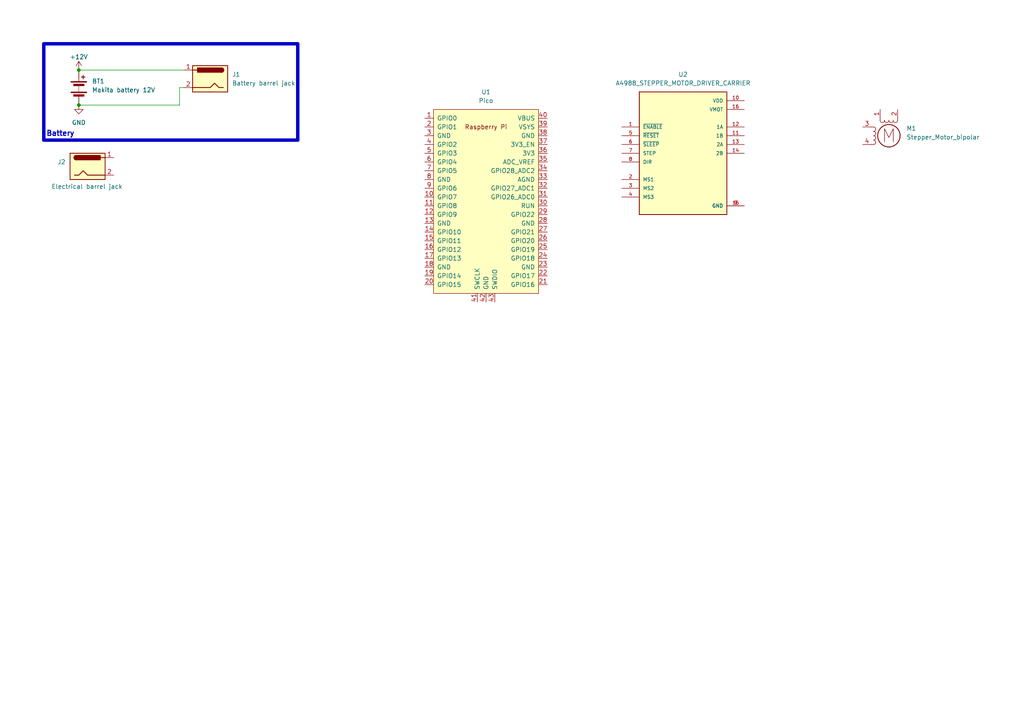
<source format=kicad_sch>
(kicad_sch (version 20231120) (generator "eeschema") (generator_version "8.0")
  (paper "A4")
  (lib_symbols
    (symbol "A4988:A4988_STEPPER_MOTOR_DRIVER_CARRIER" (pin_names (offset 1.016))
      (property "Reference" "U" (at -12.7 19.05 0))
      (property "Value" "A4988_STEPPER_MOTOR_DRIVER_CARRIER" (at -12.7 -21.59 0))
      (symbol "A4988_STEPPER_MOTOR_DRIVER_CARRIER_0_0"
        (rectangle (start -12.7 -17.78) (end 12.7 17.78) (stroke (width 0.254)) (fill (type background)))
        (pin input line (at -17.78 7.62 0) (length 5.08) (name "~{ENABLE}") (number "1"))
        (pin power_in line (at 17.78 15.24 180) (length 5.08) (name "VDD") (number "10"))
        (pin output line (at 17.78 5.08 180) (length 5.08) (name "1B") (number "11"))
        (pin output line (at 17.78 7.62 180) (length 5.08) (name "1A") (number "12"))
        (pin output line (at 17.78 2.54 180) (length 5.08) (name "2A") (number "13"))
        (pin output line (at 17.78 0 180) (length 5.08) (name "2B") (number "14"))
        (pin power_in line (at 17.78 -15.24 180) (length 5.08) (name "GND") (number "15"))
        (pin power_in line (at 17.78 12.7 180) (length 5.08) (name "VMOT") (number "16"))
        (pin input line (at -17.78 -7.62 0) (length 5.08) (name "MS1") (number "2"))
        (pin input line (at -17.78 -10.16 0) (length 5.08) (name "MS2") (number "3"))
        (pin input line (at -17.78 -12.7 0) (length 5.08) (name "MS3") (number "4"))
        (pin input line (at -17.78 5.08 0) (length 5.08) (name "~{RESET}") (number "5"))
        (pin input line (at -17.78 2.54 0) (length 5.08) (name "~{SLEEP}") (number "6"))
        (pin input line (at -17.78 0 0) (length 5.08) (name "STEP") (number "7"))
        (pin input line (at -17.78 -2.54 0) (length 5.08) (name "DIR") (number "8"))
        (pin power_in line (at 17.78 -15.24 180) (length 5.08) (name "GND") (number "9"))
      )
    )
    (symbol "Connector:Barrel_Jack" (pin_names (offset 1.016))
      (property "Reference" "J" (at 0 5.334 0))
      (property "Value" "Barrel_Jack" (at 0 -5.08 0))
      (symbol "Barrel_Jack_0_1"
        (rectangle (start -5.08 3.81) (end 5.08 -3.81) (stroke (width 0.254)) (fill (type background)))
        (arc (start -3.302 3.175) (mid -3.9343 2.54) (end -3.302 1.905) (stroke (width 0.254)))
        (arc (start -3.302 3.175) (mid -3.9343 2.54) (end -3.302 1.905) (stroke (width 0.254)) (fill (type outline)))
        (polyline (pts (xy 5.08 2.54) (xy 3.81 2.54)) (stroke (width 0.254)))
        (polyline (pts (xy -3.81 -2.54) (xy -2.54 -2.54) (xy -1.27 -1.27) (xy 0 -2.54) (xy 2.54 -2.54) (xy 5.08 -2.54)) (stroke (width 0.254)))
        (rectangle (start 3.683 3.175) (end -3.302 1.905) (stroke (width 0.254)) (fill (type outline)))
      )
      (symbol "Barrel_Jack_1_1"
        (pin passive line (at 7.62 2.54 180) (length 2.54) (name "~") (number "1"))
        (pin passive line (at 7.62 -2.54 180) (length 2.54) (name "~") (number "2"))
      )
    )
    (symbol "Device:Battery" (pin_numbers hide) (pin_names (offset 0) hide)
      (property "Reference" "BT" (at 2.54 2.54 0))
      (property "Value" "Battery" (at 2.54 0 0))
      (symbol "Battery_0_1"
        (rectangle (start -2.286 -1.27) (end 2.286 -1.524) (fill (type outline)))
        (rectangle (start -2.286 1.778) (end 2.286 1.524) (fill (type outline)))
        (rectangle (start -1.524 -2.032) (end 1.524 -2.54) (fill (type outline)))
        (rectangle (start -1.524 1.016) (end 1.524 0.508) (fill (type outline)))
        (polyline (pts (xy 0 -1.016) (xy 0 -0.762)))
        (polyline (pts (xy 0 -0.508) (xy 0 -0.254)))
        (polyline (pts (xy 0 0) (xy 0 0.254)))
        (polyline (pts (xy 0 1.778) (xy 0 2.54)))
        (polyline (pts (xy 0.762 3.048) (xy 1.778 3.048)) (stroke (width 0.254)))
        (polyline (pts (xy 1.27 3.556) (xy 1.27 2.54)) (stroke (width 0.254)))
      )
      (symbol "Battery_1_1"
        (pin passive line (at 0 5.08 270) (length 2.54) (name "+") (number "1"))
        (pin passive line (at 0 -5.08 90) (length 2.54) (name "-") (number "2"))
      )
    )
    (symbol "Motor:Stepper_Motor_bipolar" (pin_names (offset 0) hide)
      (property "Reference" "M" (at 3.81 2.54 0))
      (property "Value" "Stepper_Motor_bipolar" (at 3.81 1.27 0))
      (symbol "Stepper_Motor_bipolar_0_0"
        (polyline (pts (xy -1.27 -1.778) (xy -1.27 2.032) (xy 0 -0.508) (xy 1.27 2.032) (xy 1.27 -1.778)))
      )
      (symbol "Stepper_Motor_bipolar_0_1"
        (arc (start -4.445 -2.54) (mid -3.8127 -1.905) (end -4.445 -1.27))
        (arc (start -4.445 -1.27) (mid -3.8127 -0.635) (end -4.445 0))
        (arc (start -4.445 0) (mid -3.8127 0.635) (end -4.445 1.27))
        (arc (start -4.445 1.27) (mid -3.8127 1.905) (end -4.445 2.54))
        (arc (start -2.54 4.445) (mid -1.905 3.8127) (end -1.27 4.445))
        (arc (start -1.27 4.445) (mid -0.635 3.8127) (end 0 4.445))
        (polyline (pts (xy -5.08 -2.54) (xy -4.445 -2.54)))
        (polyline (pts (xy -5.08 2.54) (xy -4.445 2.54)))
        (polyline (pts (xy -2.54 5.08) (xy -2.54 4.445)))
        (polyline (pts (xy 2.54 5.08) (xy 2.54 4.445)))
        (circle (center 0 0) (radius 3.2512) (stroke (width 0.254)))
        (arc (start 0 4.445) (mid 0.635 3.8127) (end 1.27 4.445))
        (arc (start 1.27 4.445) (mid 1.905 3.8127) (end 2.54 4.445))
      )
      (symbol "Stepper_Motor_bipolar_1_1"
        (pin passive line (at -2.54 7.62 270) (length 2.54) (name "~") (number "1"))
        (pin passive line (at 2.54 7.62 270) (length 2.54) (name "-") (number "2"))
        (pin passive line (at -7.62 2.54 0) (length 2.54) (name "~") (number "3"))
        (pin passive line (at -7.62 -2.54 0) (length 2.54) (name "~") (number "4"))
      )
    )
    (symbol "RPico:Pico" (pin_names (offset 1.016))
      (property "Reference" "U" (at -13.97 27.94 0))
      (property "Value" "Pico" (at 0 19.05 0))
      (symbol "Pico_0_0"
        (text "Raspberry Pi" (at 0 21.59 0) (effects (font (size 1.27 1.27))))
      )
      (symbol "Pico_0_1"
        (rectangle (start -15.24 26.67) (end 15.24 -26.67) (fill (type background)))
      )
      (symbol "Pico_1_1"
        (pin bidirectional line (at -17.78 24.13 0) (length 2.54) (name "GPIO0") (number "1"))
        (pin bidirectional line (at -17.78 1.27 0) (length 2.54) (name "GPIO7") (number "10"))
        (pin bidirectional line (at -17.78 -1.27 0) (length 2.54) (name "GPIO8") (number "11"))
        (pin bidirectional line (at -17.78 -3.81 0) (length 2.54) (name "GPIO9") (number "12"))
        (pin power_in line (at -17.78 -6.35 0) (length 2.54) (name "GND") (number "13"))
        (pin bidirectional line (at -17.78 -8.89 0) (length 2.54) (name "GPIO10") (number "14"))
        (pin bidirectional line (at -17.78 -11.43 0) (length 2.54) (name "GPIO11") (number "15"))
        (pin bidirectional line (at -17.78 -13.97 0) (length 2.54) (name "GPIO12") (number "16"))
        (pin bidirectional line (at -17.78 -16.51 0) (length 2.54) (name "GPIO13") (number "17"))
        (pin power_in line (at -17.78 -19.05 0) (length 2.54) (name "GND") (number "18"))
        (pin bidirectional line (at -17.78 -21.59 0) (length 2.54) (name "GPIO14") (number "19"))
        (pin bidirectional line (at -17.78 21.59 0) (length 2.54) (name "GPIO1") (number "2"))
        (pin bidirectional line (at -17.78 -24.13 0) (length 2.54) (name "GPIO15") (number "20"))
        (pin bidirectional line (at 17.78 -24.13 180) (length 2.54) (name "GPIO16") (number "21"))
        (pin bidirectional line (at 17.78 -21.59 180) (length 2.54) (name "GPIO17") (number "22"))
        (pin power_in line (at 17.78 -19.05 180) (length 2.54) (name "GND") (number "23"))
        (pin bidirectional line (at 17.78 -16.51 180) (length 2.54) (name "GPIO18") (number "24"))
        (pin bidirectional line (at 17.78 -13.97 180) (length 2.54) (name "GPIO19") (number "25"))
        (pin bidirectional line (at 17.78 -11.43 180) (length 2.54) (name "GPIO20") (number "26"))
        (pin bidirectional line (at 17.78 -8.89 180) (length 2.54) (name "GPIO21") (number "27"))
        (pin power_in line (at 17.78 -6.35 180) (length 2.54) (name "GND") (number "28"))
        (pin bidirectional line (at 17.78 -3.81 180) (length 2.54) (name "GPIO22") (number "29"))
        (pin power_in line (at -17.78 19.05 0) (length 2.54) (name "GND") (number "3"))
        (pin input line (at 17.78 -1.27 180) (length 2.54) (name "RUN") (number "30"))
        (pin bidirectional line (at 17.78 1.27 180) (length 2.54) (name "GPIO26_ADC0") (number "31"))
        (pin bidirectional line (at 17.78 3.81 180) (length 2.54) (name "GPIO27_ADC1") (number "32"))
        (pin power_in line (at 17.78 6.35 180) (length 2.54) (name "AGND") (number "33"))
        (pin bidirectional line (at 17.78 8.89 180) (length 2.54) (name "GPIO28_ADC2") (number "34"))
        (pin unspecified line (at 17.78 11.43 180) (length 2.54) (name "ADC_VREF") (number "35"))
        (pin unspecified line (at 17.78 13.97 180) (length 2.54) (name "3V3") (number "36"))
        (pin input line (at 17.78 16.51 180) (length 2.54) (name "3V3_EN") (number "37"))
        (pin bidirectional line (at 17.78 19.05 180) (length 2.54) (name "GND") (number "38"))
        (pin unspecified line (at 17.78 21.59 180) (length 2.54) (name "VSYS") (number "39"))
        (pin bidirectional line (at -17.78 16.51 0) (length 2.54) (name "GPIO2") (number "4"))
        (pin unspecified line (at 17.78 24.13 180) (length 2.54) (name "VBUS") (number "40"))
        (pin input line (at -2.54 -29.21 90) (length 2.54) (name "SWCLK") (number "41"))
        (pin power_in line (at 0 -29.21 90) (length 2.54) (name "GND") (number "42"))
        (pin bidirectional line (at 2.54 -29.21 90) (length 2.54) (name "SWDIO") (number "43"))
        (pin bidirectional line (at -17.78 13.97 0) (length 2.54) (name "GPIO3") (number "5"))
        (pin bidirectional line (at -17.78 11.43 0) (length 2.54) (name "GPIO4") (number "6"))
        (pin bidirectional line (at -17.78 8.89 0) (length 2.54) (name "GPIO5") (number "7"))
        (pin power_in line (at -17.78 6.35 0) (length 2.54) (name "GND") (number "8"))
        (pin bidirectional line (at -17.78 3.81 0) (length 2.54) (name "GPIO6") (number "9"))
      )
    )
    (symbol "power:+12V" (power) (pin_numbers hide) (pin_names (offset 0) hide)
      (property "Value" "+12V" (at 0 3.556 0))
      (symbol "+12V_0_1"
        (polyline (pts (xy -0.762 1.27) (xy 0 2.54)))
        (polyline (pts (xy 0 0) (xy 0 2.54)))
        (polyline (pts (xy 0 2.54) (xy 0.762 1.27)))
      )
      (symbol "+12V_1_1"
        (pin power_in line (at 0 0 90) (length 0) (name "~") (number "1"))
      )
    )
    (symbol "power:GND" (power) (pin_numbers hide) (pin_names (offset 0) hide)
      (property "Value" "GND" (at 0 -3.81 0))
      (symbol "GND_0_1"
        (polyline (pts (xy 0 0) (xy 0 -1.27) (xy 1.27 -1.27) (xy 0 -2.54) (xy -1.27 -1.27) (xy 0 -1.27)))
      )
      (symbol "GND_1_1"
        (pin power_in line (at 0 0 270) (length 0) (name "~") (number "1"))
      )
    )
  )
  (junction (at 22.86 20.32))
  (junction (at 22.86 30.48))
  (wire (pts (xy 22.86 30.48) (xy 52.07 30.48)))
  (wire (pts (xy 52.07 25.4) (xy 53.34 25.4)))
  (wire (pts (xy 52.07 30.48) (xy 52.07 25.4)))
  (wire (pts (xy 22.86 20.32) (xy 53.34 20.32)))
  (rectangle (start 12.7 12.7) (end 86.36 40.64) (stroke (width 1)))
  (text "Battery" (at 17.526 38.862 0) (effects (font (size 1.5 1.5) (thickness 0.3) (bold yes))))
  (symbol (lib_id "power:GND") (at 22.86 30.48 0) (unit 1)
    (property "Reference" "#PWR02" (effects (hide yes)))
    (property "Value" "GND" (at 22.86 35.56 0))
    (property "Description" "Power symbol creates a global label with name \"GND\" , ground" (effects (hide yes)))
  )
  (symbol (lib_id "A4988:A4988_STEPPER_MOTOR_DRIVER_CARRIER") (at 198.12 44.45 0) (unit 1)
    (property "Reference" "U2" (at 198.12 21.59 0))
    (property "Value" "A4988_STEPPER_MOTOR_DRIVER_CARRIER" (at 198.12 24.13 0))
    (property "Footprint" "A4988_STEPPER_MOTOR_DRIVER_CARRIER:MODULE_A4988_STEPPER_MOTOR_DRIVER_CARRIER" (effects (hide yes)))
    (property "MF" "Pololu" (effects (hide yes)))
    (property "DESCRIPTION" "Stepper motor controler; IC: A4988; 1A; Uin mot: 8÷35V" (effects (hide yes)))
    (property "PACKAGE" "None" (effects (hide yes)))
    (property "PRICE" "None" (effects (hide yes)))
    (property "Package" "None" (effects (hide yes)))
    (property "Check_prices" "https://www.snapeda.com/parts/A4988%20STEPPER%20MOTOR%20DRIVER%20CARRIER/Pololu/view-part/?ref=eda" (effects (hide yes)))
    (property "Price" "None" (effects (hide yes)))
    (property "SnapEDA_Link" "https://www.snapeda.com/parts/A4988%20STEPPER%20MOTOR%20DRIVER%20CARRIER/Pololu/view-part/?ref=snap" (effects (hide yes)))
    (property "MP" "A4988 STEPPER MOTOR DRIVER CARRIER" (effects (hide yes)))
    (property "Availability" "Not in stock" (effects (hide yes)))
    (property "AVAILABILITY" "Unavailable" (effects (hide yes)))
    (property "Description_1" "\n                        \n                            Stepper Motor Driver\n                        \n" (effects (hide yes)))
  )
  (symbol (lib_id "Connector:Barrel_Jack") (at 60.96 22.86 0) (mirror y) (unit 1)
    (property "Reference" "J1" (at 67.31 21.5899 0) (effects (justify right)))
    (property "Value" "Battery barrel jack" (at 67.31 24.1299 0) (effects (justify right)))
    (property "Description" "DC Barrel Jack" (effects (hide yes)))
  )
  (symbol (lib_id "RPico:Pico") (at 140.97 58.42 0) (unit 1)
    (property "Reference" "U1" (at 140.97 26.67 0))
    (property "Value" "Pico" (at 140.97 29.21 0))
    (property "Footprint" "RPi_Pico:RPi_Pico_SMD_TH" (effects (hide yes)))
  )
  (symbol (lib_id "Motor:Stepper_Motor_bipolar") (at 257.81 39.37 0) (unit 1)
    (property "Reference" "M1" (at 262.89 37.249 0) (effects (justify left)))
    (property "Value" "Stepper_Motor_bipolar" (at 262.89 39.789 0) (effects (justify left)))
    (property "Datasheet" "http://www.infineon.com/dgdl/Application-Note-TLE8110EE_driving_UniPolarStepperMotor_V1.1.pdf?fileId=db3a30431be39b97011be5d0aa0a00b0" (effects (hide yes)))
    (property "Description" "4-wire bipolar stepper motor" (effects (hide yes)))
  )
  (symbol (lib_id "Device:Battery") (at 22.86 25.4 0) (unit 1)
    (property "Reference" "BT1" (at 26.67 23.5584 0) (effects (justify left)))
    (property "Value" "Makita battery 12V" (at 26.67 26.0984 0) (effects (justify left)))
    (property "Description" "Multiple-cell battery" (effects (hide yes)))
  )
  (symbol (lib_id "Connector:Barrel_Jack") (at 25.4 48.26 0) (unit 1)
    (property "Reference" "J2" (at 19.05 46.9899 0) (effects (justify right)))
    (property "Value" "Electrical barrel jack" (at 35.56 54.102 0) (effects (justify right)))
    (property "Description" "DC Barrel Jack" (effects (hide yes)))
  )
  (symbol (lib_id "power:+12V") (at 22.86 20.32 0) (unit 1)
    (property "Reference" "#PWR01" (effects (hide yes)))
    (property "Value" "+12V" (at 22.86 16.51 0))
    (property "Description" "Power symbol creates a global label with name \"+12V\"" (effects (hide yes)))
  )
)
</source>
